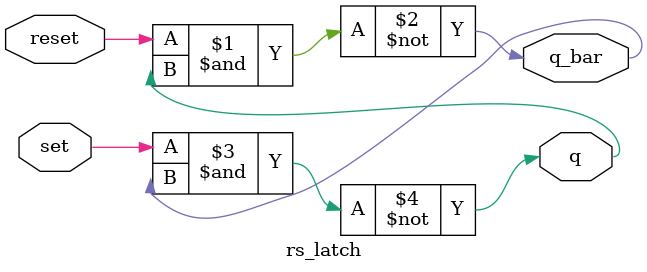
<source format=v>
module rs_latch(q, q_bar, reset, set);
   input reset, set;
   output q, q_bar;

   nand(q_bar, reset, q);
   nand(q, set, q_bar);
   
endmodule // rs_latch

</source>
